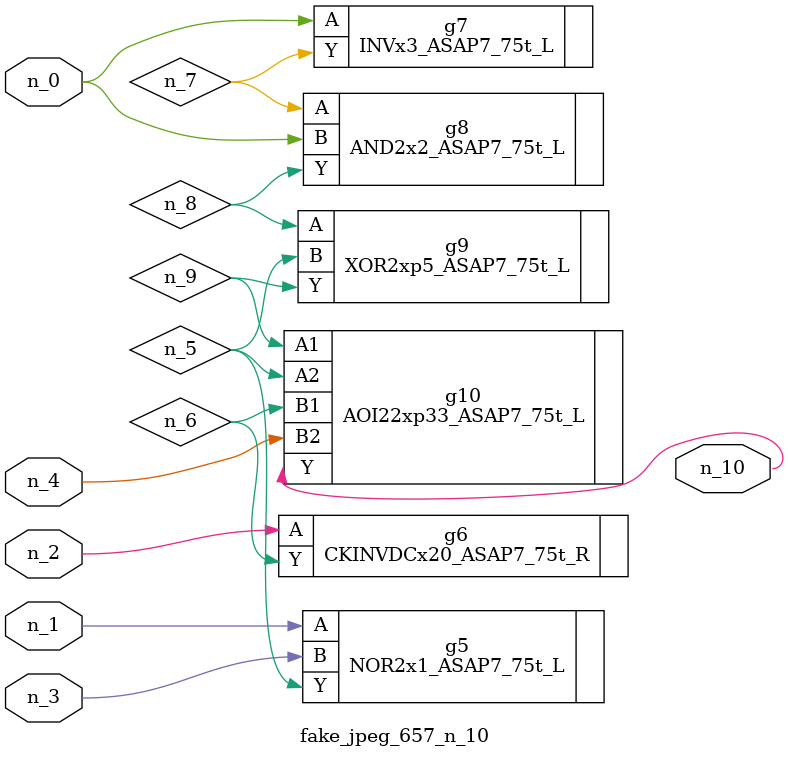
<source format=v>
module fake_jpeg_657_n_10 (n_3, n_2, n_1, n_0, n_4, n_10);

input n_3;
input n_2;
input n_1;
input n_0;
input n_4;

output n_10;

wire n_8;
wire n_9;
wire n_6;
wire n_5;
wire n_7;

NOR2x1_ASAP7_75t_L g5 ( 
.A(n_1),
.B(n_3),
.Y(n_5)
);

CKINVDCx20_ASAP7_75t_R g6 ( 
.A(n_2),
.Y(n_6)
);

INVx3_ASAP7_75t_L g7 ( 
.A(n_0),
.Y(n_7)
);

AND2x2_ASAP7_75t_L g8 ( 
.A(n_7),
.B(n_0),
.Y(n_8)
);

XOR2xp5_ASAP7_75t_L g9 ( 
.A(n_8),
.B(n_5),
.Y(n_9)
);

AOI22xp33_ASAP7_75t_L g10 ( 
.A1(n_9),
.A2(n_5),
.B1(n_6),
.B2(n_4),
.Y(n_10)
);


endmodule
</source>
